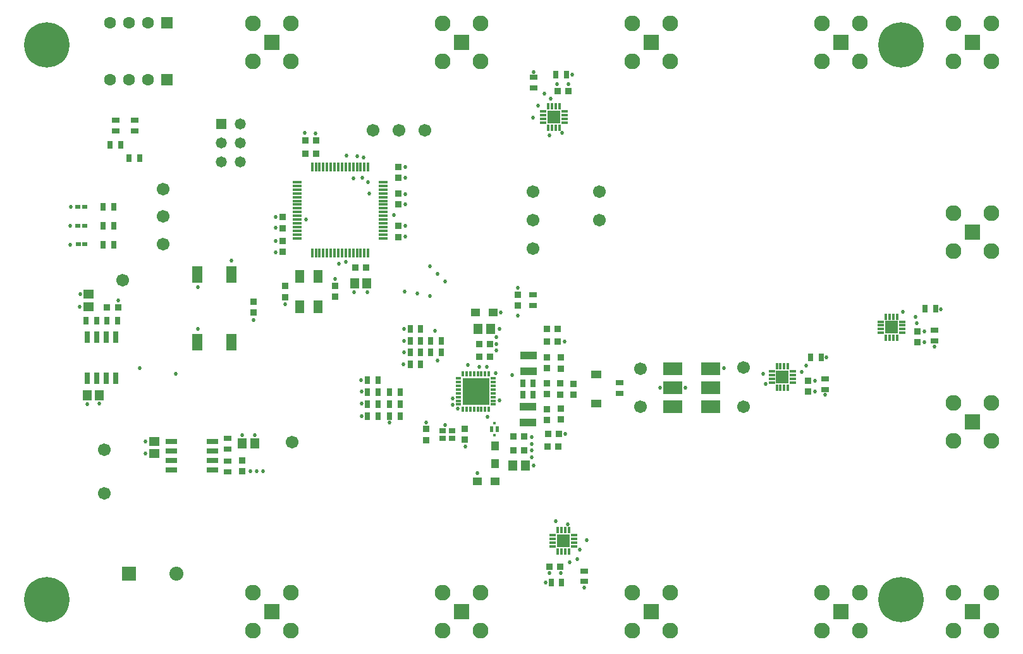
<source format=gts>
G04*
G04 #@! TF.GenerationSoftware,Altium Limited,Altium Designer,23.2.1 (34)*
G04*
G04 Layer_Color=8388736*
%FSLAX25Y25*%
%MOIN*%
G70*
G04*
G04 #@! TF.SameCoordinates,DCD1C9D7-C552-47EB-8D17-ADC449AF66F1*
G04*
G04*
G04 #@! TF.FilePolarity,Negative*
G04*
G01*
G75*
%ADD17R,0.03591X0.03772*%
%ADD20R,0.04940X0.05733*%
%ADD23R,0.03772X0.03591*%
%ADD25R,0.02756X0.01968*%
%ADD26R,0.04724X0.07087*%
%ADD27R,0.04724X0.01181*%
%ADD28R,0.01181X0.04724*%
%ADD29R,0.05733X0.04940*%
%ADD35C,0.01417*%
%ADD41R,0.03445X0.03051*%
%ADD44R,0.05811X0.03842*%
%ADD45R,0.10299X0.06799*%
%ADD46R,0.04236X0.04827*%
%ADD47R,0.03842X0.03055*%
%ADD48R,0.03055X0.03842*%
%ADD49R,0.04827X0.04236*%
%ADD50R,0.02661X0.06008*%
%ADD51R,0.06992X0.06992*%
%ADD52R,0.03449X0.01284*%
%ADD53R,0.01284X0.03449*%
%ADD54R,0.08961X0.03842*%
%ADD55R,0.13882X0.13882*%
%ADD56R,0.02661X0.01480*%
%ADD57R,0.01480X0.02661*%
%ADD58R,0.06008X0.02661*%
%ADD59R,0.06992X0.06992*%
%ADD60R,0.05811X0.08567*%
%ADD61C,0.06699*%
%ADD62C,0.23921*%
%ADD63C,0.05803*%
%ADD64R,0.05803X0.05803*%
%ADD65R,0.08370X0.08370*%
%ADD66C,0.08370*%
%ADD67C,0.06299*%
%ADD68R,0.06299X0.06299*%
%ADD69C,0.07386*%
%ADD70R,0.07386X0.07386*%
%ADD71R,0.08370X0.08370*%
%ADD72C,0.02071*%
G36*
X274843Y258479D02*
X274646Y258283D01*
X273465D01*
X273269Y258479D01*
Y259858D01*
X274843D01*
Y258479D01*
D02*
G37*
G36*
X276418Y254346D02*
X275040D01*
X274843Y254542D01*
Y257298D01*
X275040Y257495D01*
X276418D01*
Y254346D01*
D02*
G37*
G36*
X273269Y257298D02*
Y254542D01*
X273072Y254346D01*
X271694D01*
Y257495D01*
X273072D01*
X273269Y257298D01*
D02*
G37*
G36*
X274843Y253361D02*
Y251983D01*
X273269D01*
Y253361D01*
X273465Y253558D01*
X274646D01*
X274843Y253361D01*
D02*
G37*
D17*
X315800Y279868D02*
D03*
X286500Y326762D02*
D03*
Y321038D02*
D03*
X301800Y293692D02*
D03*
Y287968D02*
D03*
X223500Y357200D02*
D03*
Y362924D02*
D03*
Y380062D02*
D03*
Y374338D02*
D03*
Y388338D02*
D03*
Y394062D02*
D03*
X162500Y361891D02*
D03*
Y367616D02*
D03*
Y354962D02*
D03*
Y349238D02*
D03*
X163800Y325538D02*
D03*
Y331262D02*
D03*
X190147Y331462D02*
D03*
Y325738D02*
D03*
X140900Y239424D02*
D03*
Y233700D02*
D03*
X315800Y274143D02*
D03*
X308800Y279930D02*
D03*
Y274205D02*
D03*
X301700Y274306D02*
D03*
Y280030D02*
D03*
X308900Y266630D02*
D03*
Y260906D02*
D03*
X237956Y255934D02*
D03*
Y250210D02*
D03*
X301800Y266568D02*
D03*
Y260843D02*
D03*
X309000Y287868D02*
D03*
Y293592D02*
D03*
X258556Y250248D02*
D03*
Y255972D02*
D03*
X439500Y275838D02*
D03*
Y281562D02*
D03*
X497100Y301638D02*
D03*
Y307362D02*
D03*
X146900Y317238D02*
D03*
Y322962D02*
D03*
D20*
X290351Y236600D02*
D03*
X283849D02*
D03*
X271951Y308700D02*
D03*
X265449D02*
D03*
X200249Y332600D02*
D03*
X206751D02*
D03*
X59300Y273900D02*
D03*
X65802D02*
D03*
X141149Y248500D02*
D03*
X147651D02*
D03*
D23*
X284076Y244800D02*
D03*
X289800D02*
D03*
X284014Y252000D02*
D03*
X289738D02*
D03*
X312962Y433940D02*
D03*
X307238D02*
D03*
X200776Y341200D02*
D03*
X206500D02*
D03*
X179962Y408200D02*
D03*
X174238D02*
D03*
X179962Y401200D02*
D03*
X174238D02*
D03*
X69838Y320000D02*
D03*
X75562D02*
D03*
X308000Y253568D02*
D03*
X302276D02*
D03*
X307862Y246768D02*
D03*
X302138D02*
D03*
X301662Y302000D02*
D03*
X307386D02*
D03*
X303138Y183400D02*
D03*
X308862D02*
D03*
X271662Y300834D02*
D03*
X265938D02*
D03*
X271662Y294086D02*
D03*
X265938D02*
D03*
X301700Y308900D02*
D03*
X307424D02*
D03*
D25*
X58043Y373200D02*
D03*
X54500D02*
D03*
X54628Y353300D02*
D03*
X58172D02*
D03*
X54528Y363100D02*
D03*
X58072D02*
D03*
D26*
X171514Y320500D02*
D03*
Y336248D02*
D03*
X180963D02*
D03*
Y320500D02*
D03*
D27*
X170062Y356536D02*
D03*
Y358505D02*
D03*
Y360473D02*
D03*
Y362442D02*
D03*
Y364410D02*
D03*
Y366379D02*
D03*
Y368347D02*
D03*
Y370316D02*
D03*
Y372284D02*
D03*
Y374253D02*
D03*
Y376221D02*
D03*
Y378190D02*
D03*
Y380158D02*
D03*
Y382127D02*
D03*
Y384095D02*
D03*
Y386064D02*
D03*
X215338D02*
D03*
Y384095D02*
D03*
Y382127D02*
D03*
Y380158D02*
D03*
Y378190D02*
D03*
Y376221D02*
D03*
Y374253D02*
D03*
Y372284D02*
D03*
Y370316D02*
D03*
Y368347D02*
D03*
Y366379D02*
D03*
Y364410D02*
D03*
Y362442D02*
D03*
Y360473D02*
D03*
Y358505D02*
D03*
Y356536D02*
D03*
D28*
X177936Y393938D02*
D03*
X179905D02*
D03*
X181873D02*
D03*
X183842D02*
D03*
X185810D02*
D03*
X187779D02*
D03*
X189747D02*
D03*
X191716D02*
D03*
X193684D02*
D03*
X195653D02*
D03*
X197621D02*
D03*
X199590D02*
D03*
X201558D02*
D03*
X203527D02*
D03*
X205495D02*
D03*
X207464D02*
D03*
Y348662D02*
D03*
X205495D02*
D03*
X203527D02*
D03*
X201558D02*
D03*
X199590D02*
D03*
X197621D02*
D03*
X195653D02*
D03*
X193684D02*
D03*
X191716D02*
D03*
X189747D02*
D03*
X187779D02*
D03*
X185810D02*
D03*
X183842D02*
D03*
X181873D02*
D03*
X179905D02*
D03*
X177936D02*
D03*
D29*
X94600Y249451D02*
D03*
Y242949D02*
D03*
X60100Y320549D02*
D03*
Y327051D02*
D03*
D35*
X274056Y259070D02*
D03*
Y252771D02*
D03*
X275631Y255921D02*
D03*
X272481D02*
D03*
D41*
X246846Y254907D02*
D03*
X251866D02*
D03*
Y251068D02*
D03*
X246846D02*
D03*
D44*
X327800Y284877D02*
D03*
Y269523D02*
D03*
D45*
X388205Y287800D02*
D03*
Y277800D02*
D03*
Y267800D02*
D03*
X368205Y287800D02*
D03*
Y277800D02*
D03*
Y267800D02*
D03*
D46*
X274356Y246936D02*
D03*
Y237684D02*
D03*
D47*
X294500Y326656D02*
D03*
Y321144D02*
D03*
X84300Y413144D02*
D03*
Y418656D02*
D03*
X74300Y413144D02*
D03*
Y418656D02*
D03*
X133500Y233444D02*
D03*
Y238956D02*
D03*
X294616Y435778D02*
D03*
Y441290D02*
D03*
X321300Y181223D02*
D03*
Y175712D02*
D03*
X133500Y245444D02*
D03*
Y250956D02*
D03*
X340000Y274844D02*
D03*
Y280356D02*
D03*
X448400Y282356D02*
D03*
Y276844D02*
D03*
X506100Y308056D02*
D03*
Y302544D02*
D03*
D48*
X289044Y280168D02*
D03*
X294556D02*
D03*
X67744Y373200D02*
D03*
X73256D02*
D03*
X81544Y398900D02*
D03*
X87056D02*
D03*
X71544Y405900D02*
D03*
X77056D02*
D03*
X240500Y302489D02*
D03*
X246012D02*
D03*
X75256Y313200D02*
D03*
X69744D02*
D03*
X218744Y275500D02*
D03*
X224256D02*
D03*
X218744Y262833D02*
D03*
X224256D02*
D03*
X212700D02*
D03*
X207188D02*
D03*
X207188Y269167D02*
D03*
X212700D02*
D03*
X229666Y290210D02*
D03*
X235178D02*
D03*
X240500Y296349D02*
D03*
X246012D02*
D03*
X235178D02*
D03*
X229666D02*
D03*
X306444Y442700D02*
D03*
X311956D02*
D03*
X309556Y175200D02*
D03*
X304044D02*
D03*
X64256Y313200D02*
D03*
X58744D02*
D03*
X218744Y269167D02*
D03*
X224256D02*
D03*
X212700Y281833D02*
D03*
X207188D02*
D03*
X288944Y273968D02*
D03*
X294456D02*
D03*
X207188Y275500D02*
D03*
X212700D02*
D03*
X229666Y308629D02*
D03*
X235178D02*
D03*
X235178Y302489D02*
D03*
X229666D02*
D03*
X440777Y293700D02*
D03*
X446288D02*
D03*
X501144Y319300D02*
D03*
X506656D02*
D03*
X73256Y353200D02*
D03*
X67744D02*
D03*
X73256Y363200D02*
D03*
X67744D02*
D03*
D49*
X265130Y228310D02*
D03*
X274382D02*
D03*
X273426Y317300D02*
D03*
X264174D02*
D03*
D50*
X59500Y282872D02*
D03*
X64500D02*
D03*
X69500D02*
D03*
X74500D02*
D03*
X59500Y304328D02*
D03*
X64500D02*
D03*
X69500D02*
D03*
X74500D02*
D03*
D51*
X305416Y420326D02*
D03*
X310400Y197031D02*
D03*
D52*
X311026Y423279D02*
D03*
Y421310D02*
D03*
Y419342D02*
D03*
Y417373D02*
D03*
X299805D02*
D03*
Y419342D02*
D03*
Y421310D02*
D03*
Y423279D02*
D03*
X304790Y194079D02*
D03*
Y196047D02*
D03*
Y198016D02*
D03*
Y199984D02*
D03*
X316010D02*
D03*
Y198016D02*
D03*
Y196047D02*
D03*
Y194079D02*
D03*
X420258Y280547D02*
D03*
Y282516D02*
D03*
Y284484D02*
D03*
Y286453D02*
D03*
X431479D02*
D03*
Y284484D02*
D03*
Y282516D02*
D03*
Y280547D02*
D03*
X477790Y306647D02*
D03*
Y308616D02*
D03*
Y310584D02*
D03*
Y312553D02*
D03*
X489010D02*
D03*
Y310584D02*
D03*
Y308616D02*
D03*
Y306647D02*
D03*
D53*
X308368Y414715D02*
D03*
X306400D02*
D03*
X304432D02*
D03*
X302463D02*
D03*
Y425936D02*
D03*
X304432D02*
D03*
X306400D02*
D03*
X308368D02*
D03*
X307447Y202642D02*
D03*
X309416D02*
D03*
X311384D02*
D03*
X313353D02*
D03*
Y191421D02*
D03*
X311384D02*
D03*
X309416D02*
D03*
X307447D02*
D03*
X428821Y277890D02*
D03*
X426853D02*
D03*
X424884D02*
D03*
X422916D02*
D03*
Y289110D02*
D03*
X424884D02*
D03*
X426853D02*
D03*
X428821D02*
D03*
X486353Y303990D02*
D03*
X484384D02*
D03*
X482416D02*
D03*
X480447D02*
D03*
Y315210D02*
D03*
X482416D02*
D03*
X484384D02*
D03*
X486353D02*
D03*
D54*
X291700Y267768D02*
D03*
Y259500D02*
D03*
X291900Y286500D02*
D03*
Y294768D02*
D03*
D55*
X264256Y275810D02*
D03*
D56*
X273508Y282699D02*
D03*
Y280731D02*
D03*
Y278762D02*
D03*
Y276794D02*
D03*
Y274825D02*
D03*
Y272857D02*
D03*
Y270888D02*
D03*
Y268920D02*
D03*
X255004Y270888D02*
D03*
Y268920D02*
D03*
Y282699D02*
D03*
Y280731D02*
D03*
Y278762D02*
D03*
Y276794D02*
D03*
Y274825D02*
D03*
Y272857D02*
D03*
D57*
X257366Y285062D02*
D03*
X259335D02*
D03*
X261303D02*
D03*
X271146D02*
D03*
X265240D02*
D03*
X263272D02*
D03*
X269177D02*
D03*
X267209D02*
D03*
X269177Y266558D02*
D03*
X271146D02*
D03*
X257366D02*
D03*
X263272D02*
D03*
X259335D02*
D03*
X261303D02*
D03*
X265240D02*
D03*
X267209D02*
D03*
D58*
X103872Y249500D02*
D03*
Y244500D02*
D03*
Y239500D02*
D03*
Y234500D02*
D03*
X125328Y249500D02*
D03*
Y244500D02*
D03*
Y239500D02*
D03*
Y234500D02*
D03*
D59*
X425869Y283500D02*
D03*
X483400Y309600D02*
D03*
D60*
X117542Y337413D02*
D03*
X135258D02*
D03*
Y301587D02*
D03*
X117542D02*
D03*
D61*
X405400Y267700D02*
D03*
X351000Y267800D02*
D03*
X405400Y288300D02*
D03*
X351200Y287700D02*
D03*
X294500Y381200D02*
D03*
Y351200D02*
D03*
X223750Y413400D02*
D03*
X329500Y366200D02*
D03*
X294500D02*
D03*
X329500Y381200D02*
D03*
X99500Y367950D02*
D03*
X68500Y245200D02*
D03*
Y222200D02*
D03*
X167547Y249146D02*
D03*
X77900Y334500D02*
D03*
X210000Y413400D02*
D03*
X237500D02*
D03*
X99500Y353400D02*
D03*
Y382500D02*
D03*
D62*
X488500Y458300D02*
D03*
X38200D02*
D03*
X488500Y166200D02*
D03*
X38200D02*
D03*
D63*
X140100Y406900D02*
D03*
Y396900D02*
D03*
X130100Y406900D02*
D03*
Y396900D02*
D03*
X140100Y416900D02*
D03*
D64*
X130100D02*
D03*
D65*
X356600Y159800D02*
D03*
X456600D02*
D03*
X156600D02*
D03*
X256600D02*
D03*
Y459800D02*
D03*
X156600D02*
D03*
X456600D02*
D03*
X356600D02*
D03*
D66*
X346600Y149800D02*
D03*
X366600D02*
D03*
Y169800D02*
D03*
X346600D02*
D03*
X446600Y149800D02*
D03*
X466600D02*
D03*
Y169800D02*
D03*
X446600D02*
D03*
X146600Y149800D02*
D03*
X166600D02*
D03*
Y169800D02*
D03*
X146600D02*
D03*
X246600Y149800D02*
D03*
X266600D02*
D03*
Y169800D02*
D03*
X246600D02*
D03*
X535900Y149800D02*
D03*
Y169800D02*
D03*
X515900D02*
D03*
Y149800D02*
D03*
X535900Y349800D02*
D03*
Y369800D02*
D03*
X515900D02*
D03*
Y349800D02*
D03*
X535900Y249800D02*
D03*
Y269800D02*
D03*
X515900D02*
D03*
Y249800D02*
D03*
X266600Y449800D02*
D03*
X246600D02*
D03*
Y469800D02*
D03*
X266600D02*
D03*
X166600Y449800D02*
D03*
X146600D02*
D03*
Y469800D02*
D03*
X166600D02*
D03*
X466600D02*
D03*
X446600D02*
D03*
Y449800D02*
D03*
X466600D02*
D03*
X366600Y469800D02*
D03*
X346600D02*
D03*
Y449800D02*
D03*
X366600D02*
D03*
X515900D02*
D03*
Y469800D02*
D03*
X535900D02*
D03*
Y449800D02*
D03*
D67*
X71500Y470200D02*
D03*
X81500D02*
D03*
X91500D02*
D03*
X71500Y440200D02*
D03*
X81500D02*
D03*
X91500D02*
D03*
D68*
X101500Y470200D02*
D03*
Y440200D02*
D03*
D69*
X106500Y179700D02*
D03*
D70*
X81500D02*
D03*
D71*
X525900Y159800D02*
D03*
Y359800D02*
D03*
Y259800D02*
D03*
Y459800D02*
D03*
D72*
X266152Y288759D02*
D03*
X270069Y288784D02*
D03*
X274700Y285300D02*
D03*
X260200Y289800D02*
D03*
X151900Y233700D02*
D03*
X276873Y270933D02*
D03*
X443000Y275900D02*
D03*
X500600Y301900D02*
D03*
X270400Y262400D02*
D03*
X174581Y366379D02*
D03*
X192100Y343000D02*
D03*
X220900Y368800D02*
D03*
X205108Y399100D02*
D03*
X204400Y388300D02*
D03*
X201700Y399600D02*
D03*
X199621Y387966D02*
D03*
X196111Y400074D02*
D03*
X306500Y207400D02*
D03*
X319000Y192400D02*
D03*
X322600Y197407D02*
D03*
X294400Y420200D02*
D03*
X296995Y426420D02*
D03*
X303220Y410713D02*
D03*
X416972Y279628D02*
D03*
X415800Y285100D02*
D03*
X489500Y317900D02*
D03*
X496698Y311807D02*
D03*
X506000Y299400D02*
D03*
X276600Y308700D02*
D03*
X294600Y236600D02*
D03*
X394905Y288000D02*
D03*
X311024Y301932D02*
D03*
X311500Y253500D02*
D03*
X361305Y277900D02*
D03*
X374805Y277800D02*
D03*
X283300Y284400D02*
D03*
X286500Y315800D02*
D03*
Y330300D02*
D03*
X254840Y266649D02*
D03*
X252000Y268900D02*
D03*
X275200Y297300D02*
D03*
Y300800D02*
D03*
Y304300D02*
D03*
X293682Y248190D02*
D03*
Y244690D02*
D03*
Y241190D02*
D03*
X148600Y233700D02*
D03*
X293682Y251690D02*
D03*
X59300Y269200D02*
D03*
X252000Y272100D02*
D03*
X204000Y262700D02*
D03*
X203900Y275600D02*
D03*
X204000Y269300D02*
D03*
X203800Y281800D02*
D03*
X218700Y259300D02*
D03*
X301100Y175200D02*
D03*
X321300Y172500D02*
D03*
X448500Y274100D02*
D03*
X449200Y293700D02*
D03*
X509400Y319200D02*
D03*
X315000Y442800D02*
D03*
X294700Y444200D02*
D03*
X50600Y373000D02*
D03*
X50500Y363200D02*
D03*
Y353200D02*
D03*
X309700Y412000D02*
D03*
X312700Y205800D02*
D03*
X179800Y411700D02*
D03*
X174200Y412000D02*
D03*
X158700Y367600D02*
D03*
X158600Y362000D02*
D03*
X158700Y355000D02*
D03*
Y349200D02*
D03*
X200200Y328100D02*
D03*
X206900D02*
D03*
X226900Y394000D02*
D03*
Y388500D02*
D03*
X227200Y374500D02*
D03*
Y379900D02*
D03*
Y357300D02*
D03*
X226900Y363000D02*
D03*
X248000Y258000D02*
D03*
X307200Y437700D02*
D03*
X313000Y437800D02*
D03*
X500600Y307300D02*
D03*
X443000Y281400D02*
D03*
X309000Y180100D02*
D03*
X303200Y180000D02*
D03*
X265200Y232800D02*
D03*
X277500Y317300D02*
D03*
X226400Y308700D02*
D03*
Y302500D02*
D03*
X226300Y296300D02*
D03*
X226200Y290200D02*
D03*
X238000Y259400D02*
D03*
X258600Y246800D02*
D03*
X190200Y335000D02*
D03*
X163800Y321700D02*
D03*
X146900Y313400D02*
D03*
X117600Y330800D02*
D03*
Y308900D02*
D03*
X55400Y320300D02*
D03*
X90100Y249400D02*
D03*
X145300Y233700D02*
D03*
X147700Y252800D02*
D03*
X141100Y252900D02*
D03*
X65700Y269300D02*
D03*
X242800Y307600D02*
D03*
X243900Y292000D02*
D03*
X208200Y380000D02*
D03*
X317800Y187400D02*
D03*
X195700Y344000D02*
D03*
X313700Y185700D02*
D03*
X436101Y286144D02*
D03*
X438500Y289300D02*
D03*
X207400Y386200D02*
D03*
X496100Y315200D02*
D03*
X300300Y432800D02*
D03*
X303800Y430100D02*
D03*
X248000Y333900D02*
D03*
X239950Y326150D02*
D03*
X243900Y337800D02*
D03*
X233450Y327250D02*
D03*
X240200Y341700D02*
D03*
X226800Y328400D02*
D03*
X135400Y344600D02*
D03*
X87200Y288100D02*
D03*
X106000Y285000D02*
D03*
X55700Y327000D02*
D03*
X75562Y323762D02*
D03*
X90100Y243000D02*
D03*
M02*

</source>
